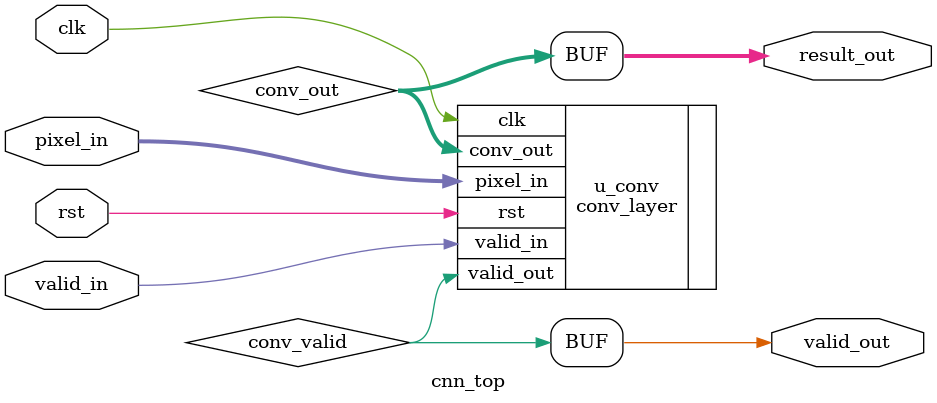
<source format=v>
module cnn_top(
    input wire clk,
    input wire rst,
    input wire [7:0] pixel_in,
    input wire valid_in,
    output wire [15:0] result_out,
    output wire valid_out
);

wire [15:0] conv_out;
wire conv_valid;

conv_layer u_conv (
    .clk(clk),
    .rst(rst),
    .pixel_in(pixel_in),
    .valid_in(valid_in),
    .conv_out(conv_out),
    .valid_out(conv_valid)
);

assign result_out = conv_out;
assign valid_out  = conv_valid;

endmodule

</source>
